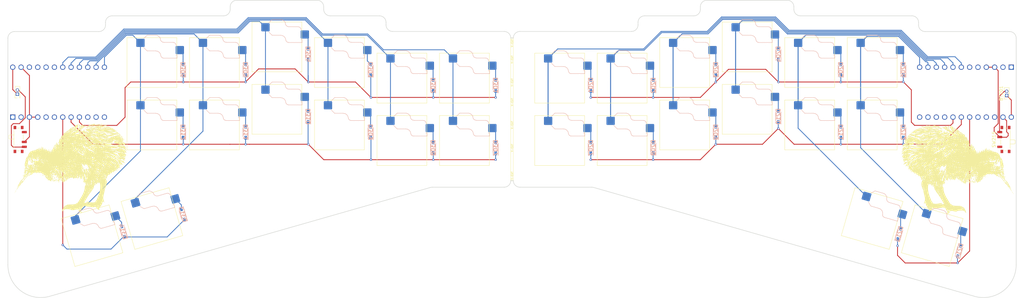
<source format=kicad_pcb>
(kicad_pcb (version 20240108) (generator "pcbnew") (generator_version "8.0")
  (layers (0 "F.Cu" signal) (31 "B.Cu" signal) (34 "B.Paste" user) (35 "F.Paste" user) (36 "B.SilkS" user "B.Silkscreen") (37 "F.SilkS" user "F.Silkscreen") (38 "B.Mask" user) (39 "F.Mask" user) (44 "Edge.Cuts" user))
  (net 0 "")
  (net 1 "COLUMN 0")
  (net 2 "COLUMN 1")
  (net 3 "COLUMN 2")
  (net 4 "COLUMN 3")
  (net 5 "COLUMN 4")
  (net 6 "COLUMN 5")
  (net 7 "Row 0")
  (net 8 "Row 1")
  (net 9 "Row 2")
  (net 10 "Net-(BT201--)")
  (net 11 "Net-(BT201-+)")
  (net 12 "Net-(BT301--)")
  (net 13 "Net-(BT301-+)")
  (net 14 "Net-(D201-A)")
  (net 15 "Net-(D202-A)")
  (net 16 "Net-(D203-A)")
  (net 17 "Net-(D204-A)")
  (net 18 "Net-(D205-A)")
  (net 19 "Net-(D206-A)")
  (net 20 "Net-(D207-A)")
  (net 21 "Net-(D208-A)")
  (net 22 "Net-(D209-A)")
  (net 23 "Net-(D210-A)")
  (net 24 "Net-(D211-A)")
  (net 25 "Net-(D212-A)")
  (net 26 "Net-(D213-A)")
  (net 27 "Net-(D214-A)")
  (net 28 "Net-(D301-A)")
  (net 29 "Net-(D302-A)")
  (net 30 "Net-(D303-A)")
  (net 31 "Net-(D304-A)")
  (net 32 "Net-(D305-A)")
  (net 33 "Net-(D306-A)")
  (net 34 "Net-(D307-A)")
  (net 35 "Net-(D308-A)")
  (net 36 "Net-(D309-A)")
  (net 37 "Net-(D310-A)")
  (net 38 "Net-(D311-A)")
  (net 39 "Net-(D312-A)")
  (net 40 "Net-(D313-A)")
  (net 41 "Net-(D314-A)")
  (net 42 "GND2")
  (net 44 "COLUMN 6")
  (net 45 "COLUMN 7")
  (net 46 "COLUMN 8")
  (net 47 "COLUMN 9")
  (net 48 "COLUMN 10")
  (net 49 "COLUMN 11")
  (net 50 "GND3")
  (net 70 "Row 3")
  (net 71 "Row 4")
  (net 72 "Row 5")
  (footprint "PCM_Switch_Keyboard_Hotswap_Kailh:SW_Hotswap_Kailh_Choc_V1" (layer "F.Cu") (at 261.6293 117.4927)
    (property "Reference" "SW203" (hide yes))
    (property "Value" "SW_Push")
  )
  (footprint "PCM_Switch_Keyboard_Hotswap_Kailh:SW_Hotswap_Kailh_Choc_V1" (layer "F.Cu") (at 261.6293 136.5427)
    (property "Reference" "SW209" (hide yes))
    (property "Value" "SW_Push")
  )
  (footprint "PCM_Switch_Keyboard_Hotswap_Kailh:SW_Hotswap_Kailh_Choc_V1" (layer "F.Cu") (at 137.3793 131.7802)
    (property "Reference" "SW310" (hide yes))
    (property "Value" "SW_Push")
  )
  (footprint "PCM_Switch_Keyboard_Hotswap_Kailh:SW_Hotswap_Kailh_Choc_V1" (layer "F.Cu") (at 156.4293 117.4927)
    (property "Reference" "SW303" (hide yes))
    (property "Value" "SW_Push")
  )
  (footprint "PCM_Switch_Keyboard_Hotswap_Kailh:SW_Hotswap_Kailh_Choc_V1" (layer "F.Cu") (at 223.5293 122.2552)
    (property "Reference" "SW201" (hide yes))
    (property "Value" "SW_Push")
  )
  (footprint "PCM_Switch_Keyboard_Hotswap_Kailh:SW_Hotswap_Kailh_Choc_V1" (layer "F.Cu") (at 223.5293 141.3052)
    (property "Reference" "SW207" (hide yes))
    (property "Value" "SW_Push")
  )
  (footprint "PCM_Switch_Keyboard_Hotswap_Kailh:SW_Hotswap_Kailh_Choc_V1" (layer "F.Cu") (at 242.5793 141.3052)
    (property "Reference" "SW208" (hide yes))
    (property "Value" "SW_Push")
  )
  (footprint "PCM_Switch_Keyboard_Hotswap_Kailh:SW_Hotswap_Kailh_Choc_V1" (layer "F.Cu") (at 175.4793 122.2552)
    (property "Reference" "SW302" (hide yes))
    (property "Value" "SW_Push")
  )
  (footprint "PCM_Switch_Keyboard_Hotswap_Kailh:SW_Hotswap_Kailh_Choc_V1" (layer "F.Cu") (at 318.7793 136.5427)
    (property "Reference" "SW212" (hide yes))
    (property "Value" "SW_Push")
  )
  (footprint "PCM_Switch_Keyboard_Hotswap_Kailh:SW_Hotswap_Kailh_Choc_V1" (layer "F.Cu") (at 118.3293 117.4927)
    (property "Reference" "SW305" (hide yes))
    (property "Value" "SW_Push")
  )
  (footprint "Button_Switch_SMD:SW_SPDT_PCM12" (layer "F.Cu") (at 58.954293 140.9802 -90)
    (property "Reference" "SW315" (hide yes))
    (property "Value" "SW_SPST")
  )
  (footprint "PCM_Switch_Keyboard_Hotswap_Kailh:SW_Hotswap_Kailh_Choc_V1" (layer "F.Cu") (at 318.7793 117.4927)
    (property "Reference" "SW206" (hide yes))
    (property "Value" "SW_Push")
  )
  (footprint "PCM_Switch_Keyboard_Hotswap_Kailh:SW_Hotswap_Kailh_Choc_V1" (layer "F.Cu") (at 137.3793 112.7302)
    (property "Reference" "SW304" (hide yes))
    (property "Value" "SW_Push")
  )
  (footprint "PCM_Switch_Keyboard_Hotswap_Kailh:SW_Hotswap_Kailh_Choc_V1" (layer "F.Cu") (at 156.4293 136.5427)
    (property "Reference" "SW309" (hide yes))
    (property "Value" "SW_Push")
  )
  (footprint "Button_Switch_SMD:SW_SPDT_PCM12" (layer "F.Cu") (at 359.104307 140.9802 90)
    (property "Reference" "SW215")
    (property "Value" "SW_SPST")
  )
  (footprint "PCM_Switch_Keyboard_Hotswap_Kailh:SW_Hotswap_Kailh_Choc_V1" (layer "F.Cu") (at 242.5793 122.2552)
    (property "Reference" "SW202" (hide yes))
    (property "Value" "SW_Push")
  )
  (footprint "PCM_Switch_Keyboard_Hotswap_Kailh:SW_Hotswap_Kailh_Choc_V1" (layer "F.Cu") (at 194.5293 141.3052)
    (property "Reference" "SW307" (hide yes))
    (property "Value" "SW_Push")
  )
  (footprint "PCM_Switch_Keyboard_Hotswap_Kailh:SW_Hotswap_Kailh_Choc_V1" (layer "F.Cu") (at 118.3293 136.5427)
    (property "Reference" "SW311" (hide yes))
    (property "Value" "SW_Push")
  )
  (footprint "Connector_PinHeader_1.27mm:PinHeader_2x01_P1.27mm_Vertical" (layer "F.Cu") (at 359.7793 127.5427 90)
    (property "Reference" "BT201")
    (property "Value" "Battery_Cell")
  )
  (footprint "PCM_Switch_Keyboard_Hotswap_Kailh:SW_Hotswap_Kailh_Choc_V1" (layer "F.Cu") (at 299.7293 117.4927)
    (property "Reference" "SW205" (hide yes))
    (property "Value" "SW_Push")
  )
  (footprint "PCM_Switch_Keyboard_Hotswap_Kailh:SW_Hotswap_Kailh_Choc_V1" (layer "F.Cu") (at 337.091335 170.354809 -16)
    (property "Reference" "SW214" (hide yes))
    (property "Value" "SW_Push")
  )
  (footprint "PCM_Switch_Keyboard_Hotswap_Kailh:SW_Hotswap_Kailh_Choc_V1" (layer "F.Cu") (at 99.2793 165.1177 16)
    (property "Reference" "SW313" (hide yes))
    (property "Value" "SW_Push")
  )
  (footprint "PCM_Switch_Keyboard_Hotswap_Kailh:SW_Hotswap_Kailh_Choc_V1" (layer "F.Cu") (at 175.4793 141.3052)
    (property "Reference" "SW308" (hide yes))
    (property "Value" "SW_Push")
  )
  (footprint "promicro:ProMicro-NoSilk" (layer "F.Cu") (at 70.8293 126.5427)
    (property "Reference" "U301" (hide yes))
    (property "Value" "ProMicro")
  )
  (footprint "PCM_Switch_Keyboard_Hotswap_Kailh:SW_Hotswap_Kailh_Choc_V1" (layer "F.Cu") (at 299.7293 136.5427)
    (property "Reference" "SW211" (hide yes))
    (property "Value" "SW_Push")
  )
  (footprint "PCM_Switch_Keyboard_Hotswap_Kailh:SW_Hotswap_Kailh_Choc_V1" (layer "F.Cu") (at 99.2793 136.5427)
    (property "Reference" "SW312" (hide yes))
    (property "Value" "SW_Push")
  )
  (footprint "PCM_Switch_Keyboard_Hotswap_Kailh:SW_Hotswap_Kailh_Choc_V1" (layer "F.Cu") (at 280.6793 131.7802)
    (property "Reference" "SW210" (hide yes))
    (property "Value" "SW_Push")
  )
  (footprint "Connector_PinHeader_1.27mm:PinHeader_2x01_P1.27mm_Vertical" (layer "F.Cu") (at 58.279293 127.1677 90)
    (property "Reference" "BT301" (hide yes))
    (property "Value" "Battery_Cell")
  )
  (footprint "graphics:kiwi" (layer "F.Cu") (at 346.3503 152.199831 180)
    (property "Reference" "G***")
    (property "Value" "LOGO" (hide yes))
  )
  (footprint "PCM_Switch_Keyboard_Hotswap_Kailh:SW_Hotswap_Kailh_Choc_V1" (layer "F.Cu") (at 81.015328 170.35481 16)
    (property "Reference" "SW314" (hide yes))
    (property "Value" "SW_Push")
  )
  (footprint "graphics:kiwi" (layer "F.Cu") (at 76.280301 151.782331 180)
    (property "Reference" "G***")
    (property "Value" "LOGO" (hide yes))
  )
  (footprint "PCM_Switch_Keyboard_Hotswap_Kailh:SW_Hotswap_Kailh_Choc_V1" (layer "F.Cu") (at 318.7793 165.1177 -16)
    (property "Reference" "SW213" (hide yes))
    (property "Value" "SW_Push")
  )
  (footprint "PCM_Switch_Keyboard_Hotswap_Kailh:SW_Hotswap_Kailh_Choc_V1" (layer "F.Cu") (at 194.5293 122.2552)
    (property "Reference" "SW301" (hide yes))
    (property "Value" "SW_Push")
  )
  (footprint "promicro:ProMicro-NoSilk" (layer "F.Cu") (at 347.2293 126.5427 180)
    (property "Reference" "U201" (hide yes))
    (property "Value" "ProMicro")
  )
  (footprint "PCM_Switch_Keyboard_Hotswap_Kailh:SW_Hotswap_Kailh_Choc_V1" (layer "F.Cu") (at 280.6793 112.7302)
    (property "Reference" "SW204" (hide yes))
    (property "Value" "SW_Push")
  )
  (footprint "PCM_Switch_Keyboard_Hotswap_Kailh:SW_Hotswap_Kailh_Choc_V1" (layer "F.Cu") (at 99.2793 117.4927)
    (property "Reference" "SW306" (hide yes))
    (property "Value" "SW_Push")
  )
  (footprint "1N4148W:SOD3716X145N" (layer "B.Cu") (at 252.0793 143.5052 90)
    (property "Reference" "D208")
    (property "Value" "D" (hide yes))
  )
  (footprint "1N4148W:SOD3716X145N" (layer "B.Cu") (at 328.2793 119.6927 90)
    (property "Reference" "D206")
    (property "Value" "D" (hide yes))
  )
  (footprint "1N4148W:SOD3716X145N" (layer "B.Cu") (at 165.9293 138.7427 90)
    (property "Reference" "D309")
    (property "Value" "D" (hide yes))
  )
  (footprint "1N4148W:SOD3716X145N" (layer "B.Cu") (at 204.0293 124.4552 90)
    (property "Reference" "D301")
    (property "Value" "D" (hide yes))
  )
  (footprint "1N4148W:SOD3716X145N" (layer "B.Cu") (at 146.8793 133.9802 90)
    (property "Reference" "D310")
    (property "Value" "D" (hide yes))
  )
  (footprint "1N4148W:SOD3716X145N" (layer "B.Cu") (at 108.7793 138.7427 90)
    (property "Reference" "D312")
    (property "Value" "D" (hide yes))
  )
  (footprint "1N4148W:SOD3716X145N" (layer "B.Cu") (at 309.2293 138.7427 90)
    (property "Reference" "D211")
    (property "Value" "D" (hide yes))
  )
  (footprint "1N4148W:SOD3716X145N" (layer "B.Cu") (at 233.0293 124.4552 90)
    (property "Reference" "D201")
    (property "Value" "D" (hide yes))
  )
  (footprint "1N4148W:SOD3716X145N" (layer "B.Cu") (at 271.1293 119.6927 90)
    (property "Reference" "D203")
    (property "Value" "D" (hide yes))
  )
  (footprint "1N4148W:SOD3716X145N" (layer "B.Cu") (at 90.515328 169.10481 106)
    (property "Reference" "D314")
    (property "Value" "D" (hide yes))
  )
  (footprint "1N4148W:SOD3716X145N" (layer "B.Cu") (at 146.8793 114.9302 90)
    (property "Reference" "D304")
    (property "Value" "D" (hide yes))
  )
  (footprint "1N4148W:SOD3716X145N" (layer "B.Cu") (at 252.0793 124.4552 90)
    (property "Reference" "D202")
    (property "Value" "D" (hide yes))
  )
  (footprint "1N4148W:SOD3716X145N" (layer "B.Cu") (at 127.8293 119.6927 90)
    (property "Reference" "D305")
    (property "Value" "D" (hide yes))
  )
  (footprint "1N4148W:SOD3716X145N" (layer "B.Cu") (at 309.2293 119.6927 90)
    (property "Reference" "D205")
    (property "Value" "D" (hide yes))
  )
  (footprint "1N4148W:SOD3716X145N" (layer "B.Cu") (at 165.9293 119.6927 90)
    (property "Reference" "D303")
    (property "Value" "D" (hide yes))
  )
  (footprint "1N4148W:SOD3716X145N" (layer "B.Cu") (at 108.715328 163.85481 106)
    (property "Reference" "D313")
    (property "Value" "D" (hide yes))
  )
  (footprint "1N4148W:SOD3716X145N" (layer "B.Cu") (at 233.0293 143.5052 90)
    (property "Reference" "D207")
    (property "Value" "D" (hide yes))
  )
  (footprint "1N4148W:SOD3716X145N" (layer "B.Cu") (at 127.8293 138.7427 90)
    (property "Reference" "D311")
    (property "Value" "D" (hide yes))
  )
  (footprint "1N4148W:SOD3716X145N" (layer "B.Cu") (at 184.9793 124.4552 90)
    (property "Reference" "D302")
    (property "Value" "D" (hide yes))
  )
  (footprint "1N4148W:SOD3716X145N" (layer "B.Cu") (at 204.0293 143.5052 90)
    (property "Reference" "D307")
    (property "Value" "D" (hide yes))
  )
  (footprint "1N4148W:SOD3716X145N" (layer "B.Cu") (at 271.1293 138.7427 90)
    (property "Reference" "D209")
    (property "Value" "D" (hide yes))
  )
  (footprint "1N4148W:SOD3716X145N" (layer "B.Cu") (at 326.997446 169.807823 74)
    (property "Reference" "D213")
    (property "Value" "D" (hide yes))
  )
  (footprint "1N4148W:SOD3716X145N" (layer "B.Cu") (at 108.7793 119.6927 90)
    (property "Reference" "D306")
    (property "Value" "D" (hide yes))
  )
  (footprint "1N4148W:SOD3716X145N" (layer "B.Cu") (at 290.1793 133.9802 90)
    (property "Reference" "D210")
    (property "Value" "D" (hide yes))
  )
  (footprint "1N4148W:SOD3716X145N" (layer "B.Cu") (at 345.309481 175.044932 74)
    (property "Reference" "D214")
    (property "Value" "D" (hide yes))
  )
  (footprint "1N4148W:SOD3716X145N" (layer "B.Cu") (at 184.9793 143.5052 90)
    (property "Reference" "D308")
    (property "Value" "D" (hide yes))
  )
  (footprint "1N4148W:SOD3716X145N" (layer "B.Cu") (at 328.2793 138.7427 90)
    (property "Reference" "D212")
    (property "Value" "D" (hide yes))
  )
  (footprint "1N4148W:SOD3716X145N" (layer "B.Cu") (at 290.1793 114.9302 90)
    (property "Reference" "D204")
    (property "Value" "D" (hide yes))
  )
  (gr_rect (start 208.6293 110.0052) (end 209.4293 153.5552) (stroke (width 0.1)) (fill none) (layer "F.SilkS"))
  (gr_line (start 55.3793 110.0427) (end 55.3793 179.239583) (stroke (width 0.15)) (layer "Edge.Cuts"))
  (gr_line (start 362.6793 110.0427) (end 362.6793 179.239583) (stroke (width 0.15)) (layer "Edge.Cuts"))
  (gr_line (start 85.1293 106.0427) (end 85.1293 105.2427) (stroke (width 0.15)) (layer "Edge.Cuts"))
  (gr_line (start 296.9293 103.2427) (end 330.9293 103.2427) (stroke (width 0.15)) (layer "Edge.Cuts"))
  (gr_arc (start 149.6293 98.4802) (mid 151.043525 99.065983) (end 151.6293 100.4802) (stroke (width 0.15)) (layer "Edge.Cuts"))
  (gr_arc (start 266.4293 101.2427) (mid 265.843526 102.656933) (end 264.4293 103.2427) (stroke (width 0.15)) (layer "Edge.Cuts"))
  (gr_arc (start 208.6293 153.5552) (mid 208.04352 154.969423) (end 206.6293 155.5552) (stroke (width 0.15)) (layer "Edge.Cuts"))
  (gr_arc (start 266.4293 100.4802) (mid 267.015099 99.066006) (end 268.4293 98.4802) (stroke (width 0.15)) (layer "Edge.Cuts"))
  (gr_line (start 57.3793 108.0427) (end 83.1293 108.0427) (stroke (width 0.15)) (layer "Edge.Cuts"))
  (gr_arc (start 330.9293 103.2427) (mid 332.343501 103.828485) (end 332.9293 105.2427) (stroke (width 0.15)) (layer "Edge.Cuts"))
  (gr_arc (start 85.1293 106.0427) (mid 84.543508 107.456908) (end 83.1293 108.0427) (stroke (width 0.15)) (layer "Edge.Cuts"))
  (gr_line (start 264.4293 103.2427) (end 249.4293 103.2427) (stroke (width 0.15)) (layer "Edge.Cuts"))
  (gr_line (start 121.1293 103.2427) (end 87.1293 103.2427) (stroke (width 0.15)) (layer "Edge.Cuts"))
  (gr_line (start 170.6293 105.2427) (end 170.6293 106.0052) (stroke (width 0.15)) (layer "Edge.Cuts"))
  (gr_line (start 208.6293 153.5552) (end 209.4293 153.5552) (stroke (width 0.15)) (layer "Edge.Cuts"))
  (gr_arc (start 123.1293 101.2427) (mid 122.543508 102.656908) (end 121.1293 103.2427) (stroke (width 0.15)) (layer "Edge.Cuts"))
  (gr_arc (start 55.3793 110.0427) (mid 55.965082 108.628482) (end 57.3793 108.0427) (stroke (width 0.15)) (layer "Edge.Cuts"))
  (gr_arc (start 206.6293 108.0052) (mid 208.043525 108.590983) (end 208.6293 110.0052) (stroke (width 0.15)) (layer "Edge.Cuts"))
  (gr_arc (start 362.6793 179.239583) (mid 358.699016 187.224806) (end 349.926658 188.853269) (stroke (width 0.15)) (layer "Edge.Cuts"))
  (gr_line (start 247.4293 105.2427) (end 247.4293 106.0052) (stroke (width 0.15)) (layer "Edge.Cuts"))
  (gr_arc (start 184.15587 155.632677) (mid 184.4288 155.574674) (end 184.707145 155.5552) (stroke (width 0.15)) (layer "Edge.Cuts"))
  (gr_arc (start 247.4293 105.2427) (mid 248.015099 103.828506) (end 249.4293 103.2427) (stroke (width 0.15)) (layer "Edge.Cuts"))
  (gr_arc (start 292.9293 98.4802) (mid 294.343501 99.065985) (end 294.9293 100.4802) (stroke (width 0.15)) (layer "Edge.Cuts"))
  (gr_arc (start 296.9293 103.2427) (mid 295.515074 102.656912) (end 294.9293 101.2427) (stroke (width 0.15)) (layer "Edge.Cuts"))
  (gr_line (start 206.6293 155.5552) (end 184.707145 155.5552) (stroke (width 0.15)) (layer "Edge.Cuts"))
  (gr_arc (start 209.4293 110.0052) (mid 210.015099 108.591006) (end 211.4293 108.0052) (stroke (width 0.15)) (layer "Edge.Cuts"))
  (gr_line (start 294.9293 101.2427) (end 294.9293 100.4802) (stroke (width 0.15)) (layer "Edge.Cuts"))
  (gr_line (start 266.4293 100.4802) (end 266.4293 101.2427) (stroke (width 0.15)) (layer "Edge.Cuts"))
  (gr_arc (start 153.6293 103.2427) (mid 152.215098 102.65691) (end 151.6293 101.2427) (stroke (width 0.15)) (layer "Edge.Cuts"))
  (gr_arc (start 85.1293 105.2427) (mid 85.71508 103.828481) (end 87.1293 103.2427) (stroke (width 0.15)) (layer "Edge.Cuts"))
  (gr_arc (start 123.1293 100.4802) (mid 123.71508 99.065981) (end 125.1293 98.4802) (stroke (width 0.15)) (layer "Edge.Cuts"))
  (gr_line (start 206.6293 108.0052) (end 172.6293 108.0052) (stroke (width 0.15)) (layer "Edge.Cuts"))
  (gr_arc (start 247.4293 106.0052) (mid 246.843526 107.419433) (end 245.4293 108.0052) (stroke (width 0.15)) (layer "Edge.Cuts"))
  (gr_line (start 184.15587 155.632677) (end 68.131942 188.853269) (stroke (width 0.15)) (layer "Edge.Cuts"))
  (gr_arc (start 168.6293 103.2427) (mid 170.043525 103.828483) (end 170.6293 105.2427) (stroke (width 0.15)) (layer "Edge.Cuts"))
  (gr_line (start 125.1293 98.4802) (end 149.6293 98.4802) (stroke (width 0.15)) (layer "Edge.Cuts"))
  (gr_arc (start 68.131942 188.853269) (mid 59.359584 187.224791) (end 55.3793 179.239583) (stroke (width 0.15)) (layer "Edge.Cuts"))
  (gr_line (start 153.6293 103.2427) (end 168.6293 103.2427) (stroke (width 0.15)) (layer "Edge.Cuts"))
  (gr_arc (start 334.9293 108.0427) (mid 333.515074 107.456912) (end 332.9293 106.0427) (stroke (width 0.15)) (layer "Edge.Cuts"))
  (gr_line (start 208.6293 110.0052) (end 209.4293 110.0052) (stroke (width 0.15)) (layer "Edge.Cuts"))
  (gr_line (start 233.90273 155.632677) (end 349.926658 188.853269) (stroke (width 0.15)) (layer "Edge.Cuts"))
  (gr_arc (start 233.351455 155.5552) (mid 233.629802 155.574663) (end 233.90273 155.632677) (stroke (width 0.15)) (layer "Edge.Cuts"))
  (gr_line (start 211.4293 155.5552) (end 233.351455 155.5552) (stroke (width 0.15)) (layer "Edge.Cuts"))
  (gr_line (start 211.4293 108.0052) (end 245.4293 108.0052) (stroke (width 0.15)) (layer "Edge.Cuts"))
  (gr_line (start 123.1293 101.2427) (end 123.1293 100.4802) (stroke (width 0.15)) (layer "Edge.Cuts"))
  (gr_line (start 332.9293 106.0427) (end 332.9293 105.2427) (stroke (width 0.15)) (layer "Edge.Cuts"))
  (gr_arc (start 360.6793 108.0427) (mid 362.093501 108.628485) (end 362.6793 110.0427) (stroke (width 0.15)) (layer "Edge.Cuts"))
  (gr_line (start 360.6793 108.0427) (end 334.9293 108.0427) (stroke (width 0.15)) (layer "Edge.Cuts"))
  (gr_line (start 292.9293 98.4802) (end 268.4293 98.4802) (stroke (width 0.15)) (layer "Edge.Cuts"))
  (gr_arc (start 172.6293 108.0052) (mid 171.215098 107.41941) (end 170.6293 106.0052) (stroke (width 0.15)) (layer "Edge.Cuts"))
  (gr_line (start 151.6293 100.4802) (end 151.6293 101.2427) (stroke (width 0.15)) (layer "Edge.Cuts"))
  (gr_arc (start 211.4293 155.5552) (mid 210.015074 154.969412) (end 209.4293 153.5552) (stroke (width 0.15)) (layer "Edge.Cuts"))
  (gr_text "V-CUT" (at 209.0293 116.5552 90) (layer "F.SilkS") (effects (font (size 0.5 0.5) (thickness 0.125))))
  (gr_text "V-CUT" (at 209.0293 129.5552 90) (layer "F.SilkS") (effects (font (size 0.5 0.5) (thickness 0.125))))
  (gr_text "V-CUT" (at 209.0293 111.5552 90) (layer "F.SilkS") (effects (font (size 0.5 0.5) (thickness 0.125))))
  (gr_text "V-CUT" (at 209.0293 152.0052 90) (layer "F.SilkS") (effects (font (size 0.5 0.5) (thickness 0.125))))
  (gr_text "V-CUT" (at 209.0293 143.5552 90) (layer "F.SilkS") (effects (font (size 0.5 0.5) (thickness 0.125))))
  (gr_text "V-CUT" (at 209.0293 136.5552 90) (layer "F.SilkS") (effects (font (size 0.5 0.5) (thickness 0.125))))
  (gr_text "V-CUT" (at 209.0293 123.5552 90) (layer "F.SilkS") (effects (font (size 0.5 0.5) (thickness 0.125))))
  (segment (start 249.1188 113.3532) (end 254.4958 107.9762) (width 0.25) (layer "B.Cu") (net 1))
  (segment (start 220.0293 116.2552) (end 220.0293 135.3052) (width 0.25) (layer "B.Cu") (net 1))
  (segment (start 345.9593 117.6417) (end 345.9593 118.9227) (width 0.25) (layer "B.Cu") (net 1))
  (segment (start 335.6983 115.7117) (end 344.0293 115.7117) (width 0.25) (layer "B.Cu") (net 1))
  (segment (start 220.0293 116.2552) (end 222.9313 113.3532) (width 0.25) (layer "B.Cu") (net 1))
  (segment (start 268.4958 107.9762) (end 272.8728 103.5992) (width 0.25) (layer "B.Cu") (net 1))
  (segment (start 220.0293 116.2552) (end 220.0293 135.3052) (width 0.25) (layer "B.Cu") (net 1))
  (segment (start 289.3858 103.5992) (end 293.4293 107.6427) (width 0.25) (layer "B.Cu") (net 1))
  (segment (start 272.8728 103.5992) (end 289.3858 103.5992) (width 0.25) (layer "B.Cu") (net 1))
  (segment (start 293.4293 107.6427) (end 327.6293 107.6427) (width 0.25) (layer "B.Cu") (net 1))
  (segment (start 327.6293 107.6427) (end 335.6983 115.7117) (width 0.25) (layer "B.Cu") (net 1))
  (segment (start 222.9313 113.3532) (end 249.1188 113.3532) (width 0.25) (layer "B.Cu") (net 1))
  (segment (start 254.4958 107.9762) (end 268.4958 107.9762) (width 0.25) (layer "B.Cu") (net 1))
  (segment (start 344.0293 115.7117) (end 345.9593 117.6417) (width 0.25) (layer "B.Cu") (net 1))
  (segment (start 254.651958 108.3532) (end 268.651958 108.3532) (width 0.25) (layer "B.Cu") (net 2))
  (segment (start 335.542142 116.0887) (end 341.8753 116.0887) (width 0.25) (layer "B.Cu") (net 2))
  (segment (start 239.0793 116.2552) (end 241.6043 113.7302) (width 0.25) (layer "B.Cu") (net 2))
  (segment (start 268.651958 108.3532) (end 273.028958 103.9762) (width 0.25) (layer "B.Cu") (net 2))
  (segment (start 327.473142 108.0197) (end 335.542142 116.0887) (width 0.25) (layer "B.Cu") (net 2))
  (segment (start 239.0793 116.2552) (end 239.0793 135.3052) (width 0.25) (layer "B.Cu") (net 2))
  (segment (start 273.028958 103.9762) (end 289.229642 103.9762) (width 0.25) (layer "B.Cu") (net 2))
  (segment (start 343.4193 117.6327) (end 343.4193 118.9227) (width 0.25) (layer "B.Cu") (net 2))
  (segment (start 293.273142 108.0197) (end 327.473142 108.0197) (width 0.25) (layer "B.Cu") (net 2))
  (segment (start 341.8753 116.0887) (end 343.4193 117.6327) (width 0.25) (layer "B.Cu") (net 2))
  (segment (start 289.229642 103.9762) (end 293.273142 108.0197) (width 0.25) (layer "B.Cu") (net 2))
  (segment (start 239.0793 116.2552) (end 239.0793 135.3052) (width 0.25) (layer "B.Cu") (net 2))
  (segment (start 249.274958 113.7302) (end 254.651958 108.3532) (width 0.25) (layer "B.Cu") (net 2))
  (segment (start 241.6043 113.7302) (end 249.274958 113.7302) (width 0.25) (layer "B.Cu") (net 2))
  (segment (start 260.8918 108.7302) (end 258.1293 111.4927) (width 0.25) (layer "B.Cu") (net 3))
  (segment (start 293.116984 108.3967) (end 289.073484 104.3532) (width 0.25) (layer "B.Cu") (net 3))
  (segment (start 258.1293 111.4927) (end 258.1293 130.5427) (width 0.25) (layer "B.Cu") (net 3))
  (segment (start 327.316984 108.3967) (end 293.116984 108.3967) (width 0.25) (layer "B.Cu") (net 3))
  (segment (start 268.808116 108.7302) (end 260.8918 108.7302) (width 0.25) (layer "B.Cu") (net 3))
  (segment (start 340.8793 117.6927) (end 339.6523 116.4657) (width 0.25) (layer "B.Cu") (net 3))
  (segment (start 340.8793 118.9227) (end 340.8793 117.6927) (width 0.25) (layer "B.Cu") (net 3))
  (segment (start 289.073484 104.3532) (end 273.185116 104.3532) (width 0.25) (layer "B.Cu") (net 3))
  (segment (start 339.6523 116.4657) (end 335.385984 116.4657) (width 0.25) (layer "B.Cu") (net 3))
  (segment (start 335.385984 116.4657) (end 327.316984 108.3967) (width 0.25) (layer "B.Cu") (net 3))
  (segment (start 258.1293 111.4927) (end 258.1293 130.5427) (width 0.25) (layer "B.Cu") (net 3))
  (segment (start 273.185116 104.3532) (end 268.808116 108.7302) (width 0.25) (layer "B.Cu") (net 3))
  (segment (start 292.960826 108.7737) (end 288.917326 104.7302) (width 0.25) (layer "B.Cu") (net 4))
  (segment (start 337.4523 116.8657) (end 335.252826 116.8657) (width 0.25) (layer "B.Cu") (net 4))
  (segment (start 279.1793 104.7302) (end 277.1793 106.7302) (width 0.25) (layer "B.Cu") (net 4))
  (segment (start 288.917326 104.7302) (end 279.1793 104.7302) (width 0.25) (layer "B.Cu") (net 4))
  (segment (start 338.3393 117.7527) (end 337.4523 116.8657) (width 0.25) (layer "B.Cu") (net 4))
  (segment (start 277.1793 106.7302) (end 277.1793 125.7802) (width 0.25) (layer "B.Cu") (net 4))
  (segment (start 277.1793 106.7302) (end 277.1793 125.7802) (width 0.25) (layer "B.Cu") (net 4))
  (segment (start 327.160826 108.7737) (end 292.960826 108.7737) (width 0.25) (layer "B.Cu") (net 4))
  (segment (start 335.252826 116.8657) (end 327.160826 108.7737) (width 0.25) (layer "B.Cu") (net 4))
  (segment (start 338.3393 118.9227) (end 338.3393 117.7527) (width 0.25) (layer "B.Cu") (net 4))
  (segment (start 296.2293 111.4927) (end 296.2293 130.5427) (width 0.25) (layer "B.Cu") (net 5))
  (segment (start 296.2293 111.4927) (end 296.2293 130.5427) (width 0.25) (layer "B.Cu") (net 5))
  (segment (start 296.2293 130.5427) (end 296.2293 137.545991) (width 0.25) (layer "B.Cu") (net 5))
  (segment (start 335.4293 117.2427) (end 335.7993 117.6127) (width 0.25) (layer "B.Cu") (net 5))
  (segment (start 335.7993 117.6127) (end 335.7993 118.9227) (width 0.25) (layer "B.Cu") (net 5))
  (segment (start 298.5713 109.1507) (end 327.004668 109.1507) (width 0.25) (layer "B.Cu") (net 5))
  (segment (start 335.096668 117.2427) (end 335.4293 117.2427) (width 0.25) (layer "B.Cu") (net 5))
  (segment (start 327.004668 109.1507) (end 335.096668 117.2427) (width 0.25) (layer "B.Cu") (net 5))
  (segment (start 296.2293 137.545991) (end 317.068708 158.385399) (width 0.25) (layer "B.Cu") (net 5))
  (segment (start 296.2293 111.4927) (end 298.5713 109.1507) (width 0.25) (layer "B.Cu") (net 5))
  (segment (start 333.2593 115.93849) (end 333.2593 118.9227) (width 0.25) (layer "B.Cu") (net 6))
  (segment (start 317.2443 109.5277) (end 326.84851 109.5277) (width 0.25) (layer "B.Cu") (net 6))
  (segment (start 315.2793 111.4927) (end 315.2793 130.5427) (width 0.25) (layer "B.Cu") (net 6))
  (segment (start 315.2793 111.4927) (end 317.2443 109.5277) (width 0.25) (layer "B.Cu") (net 6))
  (segment (start 326.84851 109.5277) (end 333.2593 115.93849) (width 0.25) (layer "B.Cu") (net 6))
  (segment (start 315.2793 111.4927) (end 315.2793 130.5427) (width 0.25) (layer "B.Cu") (net 6))
  (segment (start 315.2793 130.5427) (end 315.2793 143.521065) (width 0.25) (layer "B.Cu") (net 6))
  (segment (start 315.2793 143.521065) (end 335.380743 163.622508) (width 0.25) (layer "B.Cu") (net 6))
  (segment (start 286.341819 119.555219) (end 275.016781 119.555219) (width 0.25) (layer "F.Cu") (net 7))
  (segment (start 328.2293 123.4427) (end 328.2793 123.3927) (width 0.25) (layer "F.Cu") (net 7))
  (segment (start 342.6793 136.6927) (end 343.4193 135.9527) (width 0.25) (layer "F.Cu") (net 7))
  (segment (start 266.4168 128.1552) (end 271.1293 123.4427) (width 0.25) (layer "F.Cu") (net 7))
  (segment (start 290.2293 123.4427) (end 286.341819 119.555219) (width 0.25) (layer "F.Cu") (net 7))
  (segment (start 330.7293 125.8427) (end 330.7293 135.6927) (width 0.25) (layer "F.Cu") (net 7))
  (segment (start 343.4193 135.9527) (end 343.4193 134.1627) (width 0.25) (layer "F.Cu") (net 7))
  (segment (start 309.2293 123.4427) (end 328.2293 123.4427) (width 0.25) (layer "F.Cu") (net 7))
  (segment (start 233.0293 128.1552) (end 252.0293 128.1552) (width 0.25) (layer "F.Cu") (net 7))
  (segment (start 330.7293 135.6927) (end 331.7293 136.6927) (width 0.25) (layer "F.Cu") (net 7))
  (segment (start 331.7293 136.6927) (end 342.6793 136.6927) (width 0.25) (layer "F.Cu") (net 7))
  (segment (start 275.016781 119.555219) (end 271.1293 123.4427) (width 0.25) (layer "F.Cu") (net 7))
  (segment (start 290.2293 123.4427) (end 309.2293 123.4427) (width 0.25) (layer "F.Cu") (net 7))
  (segment (start 252.0293 128.1552) (end 266.4168 128.1552) (width 0.25) (layer "F.Cu") (net 7))
  (segment (start 328.2793 123.3927) (end 330.7293 125.8427) (width 0.25) (layer "F.Cu") (net 7))
  (via micro (at 252.0293 128.1552) (size 0.6858) (drill 0.3302) (layers "F.Cu" "B.Cu") (net 7))
  (via micro (at 309.2293 123.4427) (size 0.6858) (drill 0.3302) (layers "F.Cu" "B.Cu") (net 7))
  (via micro (at 233.0293 128.1552) (size 0.6858) (drill 0.3302) (layers "F.Cu" "B.Cu") (net 7))
  (via micro (at 290.2293 123.4427) (size 0.6858) (drill 0.3302) (layers "F.Cu" "B.Cu") (net 7))
  (via micro (at 271.1293 123.4427) (size 0.6858) (drill 0.3302) (layers "F.Cu" "B.Cu") (net 7))
  (via micro (at 328.2793 123.3927) (size 0.6858) (drill 0.3302) (layers "F.Cu" "B.Cu") (net 7))
  (segment (start 328.2793 121.3927) (end 328.2793 123.3927) (width 0.25) (layer "B.Cu") (net 7))
  (segment (start 252.0793 128.1052) (end 252.0293 128.1552) (width 0.25) (layer "B.Cu") (net 7))
  (segment (start 309.2293 121.4427) (end 309.2293 123.4427) (width 0.25) (layer "B.Cu") (net 7))
  (segment (start 290.1793 123.3927) (end 290.1793 116.6302) (width 0.25) (layer "B.Cu") (net 7))
  (segment (start 271.1293 121.4427) (end 271.1293 123.4427) (width 0.25) (layer "B.Cu") (net 7))
  (segment (start 252.0293 126.1552) (end 252.0793 126.2052) (width 0.25) (layer "B.Cu") (net 7))
  (segment (start 233.0293 126.1552) (end 233.0293 128.1552) (width 0.25) (layer "B.Cu") (net 7))
  (segment (start 252.0793 126.2052) (end 252.0793 128.1052) (width 0.25) (layer "B.Cu") (net 7))
  (segment (start 290.2293 123.4427) (end 290.1793 123.3927) (width 0.25) (layer "B.Cu") (net 7))
  (segment (start 252.0293 147.1552) (end 266.4168 147.1552) (width 0.25) (layer "F.Cu") (net 8))
  (segment (start 285.3668 142.4427) (end 290.1793 137.6302) (width 0.25) (layer "F.Cu") (net 8))
  (segment (start 345.9593 136.4127) (end 345.9593 134.1627) (width 0.25) (layer "F.Cu") (net 8))
  (segment (start 271.1293 142.4427) (end 285.3668 142.4427) (width 0.25) (layer "F.Cu") (net 8))
  (segment (start 339.9793 142.3927) (end 345.9593 136.4127) (width 0.25) (layer "F.Cu") (net 8))
  (segment (start 328.2293 142.4427) (end 328.2793 142.3927) (width 0.25) (layer "F.Cu") (net 8))
  (segment (start 266.4168 147.1552) (end 271.1293 142.4427) (width 0.25) (layer "F.Cu") (net 8))
  (segment (start 309.2293 142.4427) (end 328.2293 142.4427) (width 0.25) (layer "F.Cu") (net 8))
  (segment (start 290.1793 137.6302) (end 294.9918 142.4427) (width 0.25) (layer "F.Cu") (net 8))
  (segment (start 294.9918 142.4427) (end 309.2293 142.4427) (width 0.25) (layer "F.Cu") (net 8))
  (segment (start 233.0293 147.1552) (end 252.0293 147.1552) (width 0.25) (layer "F.Cu") (net 8))
  (segment (start 328.2793 142.3927) (end 339.9793 142.3927) (width 0.25) (layer "F.Cu") (net 8))
  (via micro (at 290.1793 137.6302) (size 0.6858) (drill 0.3302) (layers "F.Cu" "B.Cu") (net 8))
  (via micro (at 252.0293 147.1552) (size 0.6858) (drill 0.3302) (layers "F.Cu" "B.Cu") (net 8))
  (via micro (at 233.0293 147.1552) (size 0.6858) (drill 0.3302) (layers "F.Cu" "B.Cu") (net 8))
  (via micro (at 328.2793 142.3927) (size 0.6858) (drill 0.3302) (layers "F.Cu" "B.Cu") (net 8))
  (via micro (at 271.1293 142.4427) (size 0.6858) (drill 0.3302) (layers "F.Cu" "B.Cu") (net 8))
  (via micro (at 309.2293 142.4427) (size 0.6858) (drill 0.3302) (layers "F.Cu" "B.Cu") (net 8))
  (segment (start 290.1793 135.6302) (end 290.1793 137.6302) (width 0.25) (layer "B.Cu") (net 8))
  (segment (start 309.2293 140.4427) (end 309.2293 142.4427) (width 0.25) (layer "B.Cu") (net 8))
  (segment (start 233.0293 145.1552) (end 233.0293 147.1552) (width 0.25) (layer "B.Cu") (net 8))
  (segment (start 328.2793 140.3927) (end 328.2793 142.3927) (width 0.25) (layer "B.Cu") (net 8))
  (segment (start 252.0293 145.1552) (end 252.0293 147.1552) (width 0.25) (layer "B.Cu") (net 8))
  (segment (start 271.1293 140.4427) (end 271.1293 142.4427) (width 0.25) (layer "B.Cu") (net 8))
  (segment (start 348.4993 175.020674) (end 348.4993 134.1627) (width 0.25) (layer "F.Cu") (net 9))
  (segment (start 328.840897 178.679077) (end 344.840897 178.679077) (width 0.25) (layer "F.Cu") (net 9))
  (segment (start 344.840897 178.679077) (end 348.4993 175.020674) (width 0.25) (layer "F.Cu") (net 9))
  (segment (start 326.528862 173.441968) (end 326.528862 176.367042) (width 0.25) (layer "F.Cu") (net 9))
  (segment (start 326.528862 176.367042) (end 328.840897 178.679077) (width 0.25) (layer "F.Cu") (net 9))
  (via micro (at 326.528862 173.441968) (size 0.6858) (drill 0.3302) (layers "F.Cu" "B.Cu") (net 9))
  (via micro (at 344.840897 178.679077) (size 0.6858) (drill 0.3302) (layers "F.Cu" "B.Cu") (net 9))
  (segment (start 326.528862 171.441968) (end 326.528862 173.441968) (width 0.25) (layer "B.Cu") (net 9))
  (segment (start 344.7993 176.720674) (end 344.7993 178.63748) (width 0.25) (layer "B.Cu") (net 9))
  (segment (start 344.7993 178.63748) (end 344.840897 178.679077) (width 0.25) (layer "B.Cu") (net 9))
  (segment (start 344.840897 176.679077) (end 344.7993 176.720674) (width 0.25) (layer "B.Cu") (net 9))
  (segment (start 344.82451 176.688159) (end 344.840897 176.679077) (width 0.25) (layer "B.Cu") (net 9))
  (segment (start 357.5993 138.362712) (end 357.966788 138.7302) (width 0.25) (layer "F.Cu") (net 10))
  (segment (start 357.5993 127.745594) (end 357.5993 138.362712) (width 0.25) (layer "F.Cu") (net 10))
  (segment (start 359.7793 126.2727) (end 359.072194 126.2727) (width 0.25) (layer "F.Cu") (net 10))
  (segment (start 359.072194 126.2727) (end 357.5993 127.745594) (width 0.25) (layer "F.Cu") (net 10))
  (segment (start 361.1993 134.1627) (end 361.1993 128.9627) (width 0.25) (layer "F.Cu") (net 11))
  (segment (start 361.1993 128.9627) (end 359.7793 127.5427) (width 0.25) (layer "F.Cu") (net 11))
  (segment (start 58.907053 136.1427) (end 60.679293 134.37046) (width 0.25) (layer "F.Cu") (net 12))
  (segment (start 60.384293 143.2302) (end 60.309293 143.3052) (width 0.25) (layer "F.Cu") (net 12))
  (segment (start 57.0293 136.1427) (end 58.907053 136.1427) (width 0.25) (layer "F.Cu") (net 12))
  (segment (start 60.679293 134.37046) (end 60.679293 127.992693) (width 0.25) (layer "F.Cu") (net 12))
  (segment (start 58.5418 125.8552) (end 58.2793 125.8552) (width 0.25) (layer "F.Cu") (net 12))
  (segment (start 56.9918 143.3052) (end 56.4293 142.7427) (width 0.25) (layer "F.Cu") (net 12))
  (segment (start 60.679293 127.992693) (end 58.5418 125.8552) (width 0.25) (layer "F.Cu") (net 12))
  (segment (start 60.309293 143.3052) (end 56.9918 143.3052) (width 0.25) (layer "F.Cu") (net 12))
  (segment (start 56.4293 142.7427) (end 56.4293 136.7427) (width 0.25) (layer "F.Cu") (net 12))
  (segment (start 56.4293 136.7427) (end 57.0293 136.1427) (width 0.25) (layer "F.Cu") (net 12))
  (segment (start 56.8593 125.747707) (end 56.8593 118.9227) (width 0.25) (layer "F.Cu") (net 13))
  (segment (start 58.2793 127.5427) (end 58.2793 127.167707) (width 0.25) (layer "F.Cu") (net 13))
  (segment (start 58.2793 127.167707) (end 56.8593 125.747707) (width 0.25) (layer "F.Cu") (net 13))
  (segment (start 233.0293 122.7552) (end 233.0293 119.4552) (width 0.25) (layer "B.Cu") (net 14))
  (segment (start 233.0293 119.4552) (end 232.0293 118.4552) (width 0.25) (layer "B.Cu") (net 14))
  (segment (start 252.0793 122.7552) (end 252.0793 119.4552) (width 0.25) (layer "B.Cu") (net 15))
  (segment (start 252.0793 119.4552) (end 251.0793 118.4552) (width 0.25) (layer "B.Cu") (net 15))
  (segment (start 271.1293 114.6927) (end 270.1293 113.6927) (width 0.25) (layer "B.Cu") (net 16))
  (segment (start 271.1293 117.9927) (end 271.1293 114.6927) (width 0.25) (layer "B.Cu") (net 16))
  (segment (start 290.1793 109.9302) (end 289.1793 108.9302) (width 0.25) (layer "B.Cu") (net 17))
  (segment (start 290.1793 113.2302) (end 290.1793 109.9302) (width 0.25) (layer "B.Cu") (net 17))
  (segment (start 309.2293 117.9927) (end 309.2293 114.6927) (width 0.25) (layer "B.Cu") (net 18))
  (segment (start 309.2293 114.6927) (end 308.2293 113.6927) (width 0.25) (layer "B.Cu") (net 18))
  (segment (start 328.2793 117.9927) (end 328.2793 114.6927) (width 0.25) (layer "B.Cu") (net 19))
  (segment (start 328.2793 114.6927) (end 327.2793 113.6927) (width 0.25) (layer "B.Cu") (net 19))
  (segment (start 233.0293 138.5052) (end 232.0293 137.5052) (width 0.25) (layer "B.Cu") (net 20))
  (segment (start 233.0293 141.8052) (end 233.0293 138.5052) (width 0.25) (layer "B.Cu") (net 20))
  (segment (start 252.0793 141.8052) (end 252.0793 138.5052) (width 0.25) (layer "B.Cu") (net 21))
  (segment (start 252.0793 138.5052) (end 251.0793 137.5052) (width 0.25) (layer "B.Cu") (net 21))
  (segment (start 271.1293 137.0427) (end 271.1293 133.7427) (width 0.25) (layer "B.Cu") (net 22))
  (segment (start 271.1293 133.7427) (end 270.1293 132.7427) (width 0.25) (layer "B.Cu") (net 22))
  (segment (start 290.1793 132.2802) (end 290.1793 128.9802) (width 0.25) (layer "B.Cu") (net 23))
  (segment (start 290.1793 128.9802) (end 289.1793 127.9802) (width 0.25) (layer "B.Cu") (net 23))
  (segment (start 309.2293 133.7427) (end 308.2293 132.7427) (width 0.25) (layer "B.Cu") (net 24))
  (segment (start 309.2293 137.0427) (end 309.2293 133.7427) (width 0.25) (layer "B.Cu") (net 24))
  (segment (start 328.2793 133.7427) (end 327.2793 132.7427) (width 0.25) (layer "B.Cu") (net 25))
  (segment (start 328.2793 137.0427) (end 328.2793 133.7427) (width 0.25) (layer "B.Cu") (net 25))
  (segment (start 327.46603 168.173678) (end 327.46603 164.339239) (width 0.25) (layer "B.Cu") (net 26))
  (segment (start 327.46603 164.339239) (end 327.997446 163.807823) (width 0.25) (layer "B.Cu") (net 26))
  (segment (start 345.778065 173.410787) (end 345.778065 169.576348) (width 0.25) (layer "B.Cu") (net 27))
  (segment (start 345.778065 169.576348) (end 346.309481 169.044932) (width 0.25) (layer "B.Cu") (net 27))
  (segment (start 204.0293 122.7552) (end 204.0293 119.4552) (width 0.25) (layer "B.Cu") (net 28))
  (segment (start 204.0293 119.4552) (end 203.0293 118.4552) (width 0.25) (layer "B.Cu") (net 28))
  (segment (start 184.9793 119.4552) (end 183.9793 118.4552) (width 0.25) (layer "B.Cu") (net 29))
  (segment (start 184.9793 122.7552) (end 184.9793 119.4552) (width 0.25) (layer "B.Cu") (net 29))
  (segment (start 164.9293 116.9927) (end 165.9293 117.9927) (width 0.25) (layer "B.Cu") (net 30))
  (segment (start 164.9293 113.6927) (end 164.9293 116.9927) (width 0.25) (layer "B.Cu") (net 30))
  (segment (start 146.8793 109.9302) (end 145.8793 108.9302) (width 0.25) (layer "B.Cu") (net 31))
  (segment (start 146.8793 113.2302) (end 146.8793 109.9302) (width 0.25) (layer "B.Cu") (net 31))
  (segment (start 127.8293 117.9927) (end 127.8293 114.6927) (width 0.25) (layer "B.Cu") (net 32))
  (segment (start 127.8293 114.6927) (end 126.8293 113.6927) (width 0.25) (layer "B.Cu") (net 32))
  (segment (start 108.7793 114.6927) (end 107.7793 113.6927) (width 0.25) (layer "B.Cu") (net 33))
  (segment (start 108.7793 117.9927) (end 108.7793 114.6927) (width 0.25) (layer "B.Cu") (net 33))
  (segment (start 204.0293 141.8052) (end 204.0293 138.5052) (width 0.25) (layer "B.Cu") (net 34))
  (segment (start 204.0293 138.5052) (end 203.0293 137.5052) (width 0.25) (layer "B.Cu") (net 34))
  (segment (start 184.9793 141.8052) (end 184.9793 138.5052) (width 0.25) (layer "B.Cu") (net 35))
  (segment (start 184.9793 138.5052) (end 183.9793 137.5052) (width 0.25) (layer "B.Cu") (net 35))
  (segment (start 165.9293 137.0427) (end 165.9293 133.7427) (width 0.25) (layer "B.Cu") (net 36))
  (segment (start 165.9293 133.7427) (end 164.9293 132.7427) (width 0.25) (layer "B.Cu") (net 36))
  (segment (start 146.8793 132.2802) (end 146.8793 128.9802) (width 0.25) (layer "B.Cu") (net 37))
  (segment (start 146.8793 128.9802) (end 145.8793 127.9802) (width 0.25) (layer "B.Cu") (net 37))
  (segment (start 127.8293 137.0427) (end 127.8293 133.7427) (width 0.25) (layer "B.Cu") (net 38))
  (segment (start 127.8293 133.7427) (end 126.8293 132.7427) (width 0.25) (layer "B.Cu") (net 38))
  (segment (start 108.7793 133.7427) (end 107.7793 132.7427) (width 0.25) (layer "B.Cu") (net 39))
  (segment (start 108.7793 137.0427) (end 108.7793 133.7427) (width 0.25) (layer "B.Cu") (net 39))
  (segment (start 108.246744 162.220665) (end 108.246744 160.96613) (width 0.25) (layer "B.Cu") (net 40))
  (segment (start 108.246744 160.96613) (end 106.402602 159.121988) (width 0.25) (layer "B.Cu") (net 40))
  (segment (start 90.046744 166.267212) (end 88.13863 164.359098) (width 0.25) (layer "B.Cu") (net 41))
  (segment (start 90.046744 167.470665) (end 90.046744 166.267212) (width 0.25) (layer "B.Cu") (net 41))
  (segment (start 359.776033 135.279433) (end 359.776033 138.6552) (width 0.25) (layer "F.Cu") (net 42))
  (segment (start 359.776033 138.6552) (end 360.259307 139.138474) (width 0.25) (layer "F.Cu") (net 42))
  (segment (start 357.1993 136.122726) (end 357.1993 120.0027) (width 0.25) (layer "F.Cu") (net 42))
  (segment (start 357.674307 140.160448) (end 357.674307 140.2302) (width 0.127) (layer "F.Cu") (net 42))
  (segment (start 360.259307 139.138474) (end 360.259307 139.821926) (width 0.25) (layer "F.Cu") (net 42))
  (segment (start 357.749307 140.3052) (end 357.674307 140.2302) (width 0.25) (layer "F.Cu") (net 42))
  (segment (start 356.1193 118.9227) (end 353.5793 118.9227) (width 0.25) (layer "F.Cu") (net 42))
  (segment (start 360.259307 139.821926) (end 359.776033 140.3052) (width 0.25) (layer "F.Cu") (net 42))
  (segment (start 359.776033 140.3052) (end 357.749307 140.3052) (width 0.25) (layer "F.Cu") (net 42))
  (segment (start 357.674307 140.2302) (end 355.979307 138.5352) (width 0.25) (layer "F.Cu") (net 42))
  (segment (start 358.6593 134.1627) (end 359.776033 135.279433) (width 0.25) (layer "F.Cu") (net 42))
  (segment (start 355.979307 137.342719) (end 357.1993 136.122726) (width 0.25) (layer "F.Cu") (net 42))
  (segment (start 357.1993 120.0027) (end 356.1193 118.9227) (width 0.25) (layer "F.Cu") (net 42))
  (segment (start 355.979307 138.5352) (end 355.979307 137.342719) (width 0.25) (layer "F.Cu") (net 42))
  (segment (start 146.295616 103.7927) (end 128.6293 103.7927) (width 0.25) (layer "B.Cu") (net 44))
  (segment (start 191.0293 135.3052) (end 191.0293 116.2552) (width 0.25) (layer "B.Cu") (net 44))
  (segment (start 125.1373 107.2847) (end 90.704668 107.2847) (width 0.25) (layer "B.Cu") (net 44))
  (segment (start 191.0293 116.2552) (end 188.3668 113.5927) (width 0.25) (layer "B.Cu") (net 44))
  (segment (start 73.779293 115.842681) (end 72.0993 117.522674) (width 0.25) (layer "B.Cu") (net 44))
  (segment (start 188.3668 113.5927) (end 169.849958 113.5927) (width 0.25) (layer "B.Cu") (net 44))
  (segment (start 165.049958 108.7927) (end 151.295616 108.7927) (width 0.25) (layer "B.Cu") (net 44))
  (segment (start 169.849958 113.5927) (end 165.049958 108.7927) (width 0.25) (layer "B.Cu") (net 44))
  (segment (start 151.295616 108.7927) (end 146.295616 103.7927) (width 0.25) (layer "B.Cu") (net 44))
  (segment (start 90.704668 107.2847) (end 82.146687 115.842681) (width 0.25) (layer "B.Cu") (net 44))
  (segment (start 72.0993 117.522674) (end 72.0993 118.9227) (width 0.25) (layer "B.Cu") (net 44))
  (segment (start 82.146687 115.842681) (end 73.779293 115.842681) (width 0.25) (layer "B.Cu") (net 44))
  (segment (start 128.6293 103.7927) (end 125.1373 107.2847) (width 0.25) (layer "B.Cu") (net 44))
  (segment (start 146.139458 104.1697) (end 128.785458 104.1697) (width 0.25) (layer "B.Cu") (net 45))
  (segment (start 151.139458 109.1697) (end 146.139458 104.1697) (width 0.25) (layer "B.Cu") (net 45))
  (segment (start 82.302846 116.219681) (end 76.102293 116.219681) (width 0.25) (layer "B.Cu") (net 45))
  (segment (start 171.9793 116.2552) (end 164.8938 109.1697) (width 0.25) (layer "B.Cu") (net 45))
  (segment (start 76.102293 116.219681) (end 74.6393 117.682674) (width 0.25) (layer "B.Cu") (net 45))
  (segment (start 164.8938 109.1697) (end 151.139458 109.1697) (width 0.25) (layer "B.Cu") (net 45))
  (segment (start 90.860826 107.6617) (end 82.302846 116.219681) (width 0.25) (layer "B.Cu") (net 45))
  (segment (start 171.9793 135.3052) (end 171.9793 116.2552) (width 0.25) (layer "B.Cu") (net 45))
  (segment (start 128.785458 104.1697) (end 125.293458 107.6617) (width 0.25) (layer "B.Cu") (net 45))
  (segment (start 125.293458 107.6617) (end 90.860826 107.6617) (width 0.25) (layer "B.Cu") (net 45))
  (segment (start 74.6393 117.682674) (end 74.6393 118.9227) (width 0.25) (layer "B.Cu") (net 45))
  (segment (start 91.016984 108.0387) (end 82.459004 116.596681) (width 0.25) (layer "B.Cu") (net 46))
  (segment (start 78.325293 116.596681) (end 77.1793 117.742674) (width 0.25) (layer "B.Cu") (net 46))
  (segment (start 145.9833 104.5467) (end 128.941616 104.5467) (width 0.25) (layer "B.Cu") (net 46))
  (segment (start 152.9293 130.5427) (end 152.9293 111.4927) (width 0.25) (layer "B.Cu") (net 46))
  (segment (start 77.1793 117.742674) (end 77.1793 118.9227) (width 0.25) (layer "B.Cu") (net 46))
  (segment (start 82.459004 116.596681) (end 78.325293 116.596681) (width 0.25) (layer "B.Cu") (net 46))
  (segment (start 128.941616 104.5467) (end 125.449616 108.0387) (width 0.25) (layer "B.Cu") (net 46))
  (segment (start 125.449616 108.0387) (end 91.016984 108.0387) (width 0.25) (layer "B.Cu") (net 46))
  (segment (start 152.9293 111.4927) (end 145.9833 104.5467) (width 0.25) (layer "B.Cu") (net 46))
  (segment (start 133.8793 106.7302) (end 132.0728 104.9237) (width 0.25) (layer "B.Cu") (net 47))
  (segment (start 80.348293 116.973681) (end 79.7193 117.602674) (width 0.25) (layer "B.Cu") (net 47))
  (segment (start 91.173142 108.4157) (end 82.615162 116.973681) (width 0.25) (layer "B.Cu") (net 47))
  (segment (start 129.097774 104.9237) (end 125.605774 108.4157) (width 0.25) (layer "B.Cu") (net 47))
  (segment (start 133.8793 125.7802) (end 133.8793 106.7302) (width 0.25) (layer "B.Cu") (net 47))
  (segment (start 125.605774 108.4157) (end 91.173142 108.4157) (width 0.25) (layer "B.Cu") (net 47))
  (segment (start 82.615162 116.973681) (end 80.348293 116.973681) (width 0.25) (layer "B.Cu") (net 47))
  (segment (start 132.0728 104.9237) (end 129.097774 104.9237) (width 0.25) (layer "B.Cu") (net 47))
  (segment (start 79.7193 117.602674) (end 79.7193 118.9227) (width 0.25) (layer "B.Cu") (net 47))
  (segment (start 94.26106 159.01094) (end 114.8293 138.4427) (width 0.25) (layer "B.Cu") (net 48))
  (segment (start 82.2593 117.862701) (end 82.2593 118.9227) (width 0.25) (layer "B.Cu") (net 48))
  (segment (start 114.8293 111.4927) (end 112.1293 108.7927) (width 0.25) (layer "B.Cu") (net 48))
  (segment (start 94.26106 160.314861) (end 94.26106 159.01094) (width 0.25) (layer "B.Cu") (net 48))
  (segment (start 114.8293 130.5427) (end 114.8293 111.4927) (width 0.25) (layer "B.Cu") (net 48))
  (segment (start 91.3293 108.7927) (end 82.2593 117.862701) (width 0.25) (layer "B.Cu") (net 48))
  (segment (start 112.1293 108.7927) (end 91.3293 108.7927) (width 0.25) (layer "B.Cu") (net 48))
  (segment (start 114.8293 138.4427) (end 114.8293 130.5427) (width 0.25) (layer "B.Cu") (net 48))
  (segment (start 95.7793 144.4927) (end 95.7793 130.5427) (width 0.25) (layer "B.Cu") (net 49))
  (segment (start 84.7993 115.855858) (end 84.7993 118.9227) (width 0.25) (layer "B.Cu") (net 49))
  (segment (start 95.7793 111.4927) (end 93.4563 109.1697) (width 0.25) (layer "B.Cu") (net 49))
  (segment (start 75.997088 165.551971) (end 75.997088 164.274912) (width 0.25) (layer "B.Cu") (net 49))
  (segment (start 93.4563 109.1697) (end 91.485458 109.1697) (width 0.25) (layer "B.Cu") (net 49))
  (segment (start 95.7793 130.5427) (end 95.7793 111.4927) (width 0.25) (layer "B.Cu") (net 49))
  (segment (start 91.485458 109.1697) (end 84.7993 115.855858) (width 0.25) (layer "B.Cu") (net 49))
  (segment (start 75.997088 164.274912) (end 95.7793 144.4927) (width 0.25) (layer "B.Cu") (net 49))
  (segment (start 61.9393 140.175193) (end 61.9393 134.1627) (width 0.25) (layer "F.Cu") (net 50))
  (segment (start 59.7343 141.7302) (end 60.384293 141.7302) (width 0.25) (layer "F.Cu") (net 50))
  (segment (start 61.9393 134.1627) (end 61.9393 121.4627) (width 0.25) (layer "F.Cu") (net 50))
  (segment (start 61.9393 121.4627) (end 59.3993 118.9227) (width 0.25) (layer "F.Cu") (net 50))
  (segment (start 60.384293 141.7302) (end 61.9393 140.175193) (width 0.25) (layer "F.Cu") (net 50))
  (segment (start 61.9393 134.1627) (end 64.4793 134.1627) (width 0.25) (layer "F.Cu") (net 50))
  (segment (start 204.0293 128.1552) (end 185.0293 128.1552) (width 0.25) (layer "F.Cu") (net 70))
  (segment (start 108.8293 123.4427) (end 92.8193 123.4427) (width 0.25) (layer "F.Cu") (net 70))
  (segment (start 78.1793 136.7027) (end 77.1793 135.7027) (width 0.25) (layer "F.Cu") (net 70))
  (segment (start 91.0993 125.1627) (end 91.0993 134.1627) (width 0.25) (layer "F.Cu") (net 70))
  (segment (start 161.3168 123.4427) (end 166.0293 128.1552) (width 0.25) (layer "F.Cu") (net 70))
  (segment (start 91.0993 134.1627) (end 88.5593 136.7027) (width 0.25) (layer "F.Cu") (net 70))
  (segment (start 92.8193 123.4427) (end 91.0993 125.1627) (width 0.25) (layer "F.Cu") (net 70))
  (segment (start 142.929281 119.442681) (end 146.9293 123.4427) (width 0.25) (layer "F.Cu") (net 70))
  (segment (start 108.7793 123.3927) (end 108.8293 123.4427) (width 0.25) (layer "F.Cu") (net 70))
  (segment (start 127.8293 123.4427) (end 127.8293 123.392674) (width 0.25) (layer "F.Cu") (net 70))
  (segment (start 131.779293 119.442681) (end 142.929281 119.442681) (width 0.25) (layer "F.Cu") (net 70))
  (segment (start 77.1793 135.7027) (end 77.1793 134.1627) (width 0.25) (layer "F.Cu") (net 70))
  (segment (start 166.0293 128.1552) (end 185.0293 128.1552) (width 0.25) (layer "F.Cu") (net 70))
  (segment (start 146.9293 123.4427) (end 161.3168 123.4427) (width 0.25) (layer "F.Cu") (net 70))
  (segment (start 88.5593 136.7027) (end 78.1793 136.7027) (width 0.25) (layer "F.Cu") (net 70))
  (segment (start 127.8293 123.4427) (end 108.8293 123.4427) (width 0.25) (layer "F.Cu") (net 70))
  (segment (start 127.8293 123.392674) (end 131.779293 119.442681) (width 0.25) (layer "F.Cu") (net 70))
  (via micro (at 204.0293 128.1552) (size 0.6858) (drill 0.3302) (layers "F.Cu" "B.Cu") (net 70))
  (via micro (at 108.8293 123.4427) (size 0.6858) (drill 0.3302) (layers "F.Cu" "B.Cu") (net 70))
  (via micro (at 146.9293 123.4427) (size 0.6858) (drill 0.3302) (layers "F.Cu" "B.Cu") (net 70))
  (via micro (at 166.0293 128.1552) (size 0.6858) (drill 0.3302) (layers "F.Cu" "B.Cu") (net 70))
  (via micro (at 127.8293 123.4427) (size 0.6858) (drill 0.3302) (layers "F.Cu" "B.Cu") (net 70))
  (via micro (at 185.0293 128.1552) (size 0.6858) (drill 0.3302) (layers "F.Cu" "B.Cu") (net 70))
  (segment (start 108.8293 121.4427) (end 108.8293 123.4427) (width 0.25) (layer "B.Cu") (net 70))
  (segment (start 185.0293 126.1552) (end 185.0293 128.1552) (width 0.25) (layer "B.Cu") (net 70))
  (segment (start 165.9793 121.4427) (end 165.9793 128.1052) (width 0.25) (layer "B.Cu") (net 70))
  (segment (start 165.9793 128.1052) (end 166.0293 128.1552) (width 0.25) (layer "B.Cu") (net 70))
  (segment (start 127.8293 121.3927) (end 127.8293 123.4427) (width 0.25) (layer "B.Cu") (net 70))
  (segment (start 204.0293 126.1552) (end 204.0293 128.1552) (width 0.25) (layer "B.Cu") (net 70))
  (segment (start 146.9293 121.4427) (end 146.9293 123.4427) (width 0.25) (layer "B.Cu") (net 70))
  (segment (start 165.9293 121.3927) (end 165.9793 121.4427) (width 0.25) (layer "B.Cu") (net 70))
  (segment (start 146.8793 123.3927) (end 146.9293 123.4427) (width 0.25) (layer "B.Cu") (net 70))
  (segment (start 146.8793 116.6302) (end 146.8793 123.3927) (width 0.25) (layer "B.Cu") (net 70))
  (segment (start 127.8293 142.441993) (end 123.067507 142.441993) (width 0.25) (layer "F.Cu") (net 71))
  (segment (start 108.8293 142.4427) (end 81.3793 142.4427) (width 0.25) (layer "F.Cu") (net 71))
  (segment (start 129.0293 142.441993) (end 127.8293 142.441993) (width 0.25) (layer "F.Cu") (net 71))
  (segment (start 146.9293 142.4427) (end 129.030007 142.4427) (width 0.25) (layer "F.Cu") (net 71))
  (segment (start 151.6418 147.1552) (end 166.0293 147.1552) (width 0.25) (layer "F.Cu") (net 71))
  (segment (start 185.0293 147.1552) (end 166.0293 147.1552) (width 0.25) (layer "F.Cu") (net 71))
  (segment (start 81.3793 142.4427) (end 74.6393 135.7027) (width 0.25) (layer "F.Cu") (net 71))
  (segment (start 74.6393 135.7027) (end 74.6393 134.1627) (width 0.25) (layer "F.Cu") (net 71))
  (segment (start 185.0293 147.1552) (end 204.0293 147.1552) (width 0.25) (layer "F.Cu") (net 71))
  (segment (start 146.9293 142.4427) (end 151.6418 147.1552) (width 0.25) (layer "F.Cu") (net 71))
  (segment (start 123.0668 142.4427) (end 108.8293 142.4427) (width 0.25) (layer "F.Cu") (net 71))
  (segment (start 129.030007 142.4427) (end 129.0293 142.441993) (width 0.25) (layer "F.Cu") (net 71))
  (segment (start 123.067507 142.441993) (end 123.0668 142.4427) (width 0.25) (layer "F.Cu") (net 71))
  (via micro (at 185.0293 147.1552) (size 0.6858) (drill 0.3302) (layers "F.Cu" "B.Cu") (net 71))
  (via micro (at 127.8293 142.441993) (size 0.6858) (drill 0.3302) (layers "F.Cu" "B.Cu") (net 71))
  (via micro (at 146.9293 142.4427) (size 0.6858) (drill 0.3302) (layers "F.Cu" "B.Cu") (net 71))
  (via micro (at 166.0293 147.1552) (size 0.6858) (drill 0.3302) (layers "F.Cu" "B.Cu") (net 71))
  (via micro (at 108.8293 142.4427) (size 0.6858) (drill 0.3302) (layers "F.Cu" "B.Cu") (net 71))
  (via micro (at 204.0293 147.1552) (size 0.6858) (drill 0.3302) (layers "F.Cu" "B.Cu") (net 71))
  (segment (start 165.9293 140.4427) (end 166.0293 140.5427) (width 0.25) (layer "B.Cu") (net 71))
  (segment (start 146.8793 135.6802) (end 146.8793 142.3927) (width 0.25) (layer "B.Cu") (net 71))
  (segment (start 127.8293 142.441993) (end 127.8293 140.4427) (width 0.25) (layer "B.Cu") (net 71))
  (segment (start 146.8793 142.3927) (end 146.9293 142.4427) (width 0.25) (layer "B.Cu") (net 71))
  (segment (start 108.8293 140.4427) (end 108.8293 142.4427) (width 0.25) (layer "B.Cu") (net 71))
  (segment (start 166.0293 140.5427) (end 166.0293 147.1552) (width 0.25) (layer "B.Cu") (net 71))
  (segment (start 204.0293 147.1552) (end 204.0293 145.2052) (width 0.25) (layer "B.Cu") (net 71))
  (segment (start 185.0293 145.1552) (end 185.0293 147.1552) (width 0.25) (layer "B.Cu") (net 71))
  (segment (start 72.0993 173.1727) (end 72.0993 134.1627) (width 0.25) (layer "F.Cu") (net 72))
  (via micro (at 72.0993 173.1727) (size 0.6858) (drill 0.3302) (layers "F.Cu" "B.Cu") (net 72))
  (segment (start 103.933912 170.738955) (end 109.183912 165.488955) (width 0.25) (layer "B.Cu") (net 72))
  (segment (start 72.0993 173.1727) (end 73.3693 174.4427) (width 0.25) (layer "B.Cu") (net 72))
  (segment (start 86.8293 174.4427) (end 90.533045 170.738955) (width 0.25) (layer "B.Cu") (net 72))
  (segment (start 90.983912 170.738955) (end 103.933912 170.738955) (width 0.25) (layer "B.Cu") (net 72))
  (segment (start 90.533045 170.738955) (end 90.983912 170.738955) (width 0.25) (layer "B.Cu") (net 72))
  (segment (start 73.3693 174.4427) (end 86.8293 174.4427) (width 0.25) (layer "B.Cu") (net 72))
)
</source>
